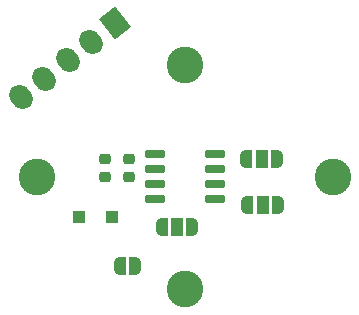
<source format=gts>
G04 #@! TF.GenerationSoftware,KiCad,Pcbnew,6.0.0-rc2*
G04 #@! TF.CreationDate,2022-07-08T10:42:52-07:00*
G04 #@! TF.ProjectId,rp2040_encoder,72703230-3430-45f6-956e-636f6465722e,rev?*
G04 #@! TF.SameCoordinates,Original*
G04 #@! TF.FileFunction,Soldermask,Top*
G04 #@! TF.FilePolarity,Negative*
%FSLAX46Y46*%
G04 Gerber Fmt 4.6, Leading zero omitted, Abs format (unit mm)*
G04 Created by KiCad (PCBNEW 6.0.0-rc2) date 2022-07-08 10:42:52*
%MOMM*%
%LPD*%
G01*
G04 APERTURE LIST*
G04 Aperture macros list*
%AMRoundRect*
0 Rectangle with rounded corners*
0 $1 Rounding radius*
0 $2 $3 $4 $5 $6 $7 $8 $9 X,Y pos of 4 corners*
0 Add a 4 corners polygon primitive as box body*
4,1,4,$2,$3,$4,$5,$6,$7,$8,$9,$2,$3,0*
0 Add four circle primitives for the rounded corners*
1,1,$1+$1,$2,$3*
1,1,$1+$1,$4,$5*
1,1,$1+$1,$6,$7*
1,1,$1+$1,$8,$9*
0 Add four rect primitives between the rounded corners*
20,1,$1+$1,$2,$3,$4,$5,0*
20,1,$1+$1,$4,$5,$6,$7,0*
20,1,$1+$1,$6,$7,$8,$9,0*
20,1,$1+$1,$8,$9,$2,$3,0*%
%AMHorizOval*
0 Thick line with rounded ends*
0 $1 width*
0 $2 $3 position (X,Y) of the first rounded end (center of the circle)*
0 $4 $5 position (X,Y) of the second rounded end (center of the circle)*
0 Add line between two ends*
20,1,$1,$2,$3,$4,$5,0*
0 Add two circle primitives to create the rounded ends*
1,1,$1,$2,$3*
1,1,$1,$4,$5*%
%AMRotRect*
0 Rectangle, with rotation*
0 The origin of the aperture is its center*
0 $1 length*
0 $2 width*
0 $3 Rotation angle, in degrees counterclockwise*
0 Add horizontal line*
21,1,$1,$2,0,0,$3*%
%AMFreePoly0*
4,1,22,0.550000,-0.750000,0.000000,-0.750000,0.000000,-0.745033,-0.079941,-0.743568,-0.215256,-0.701293,-0.333266,-0.622738,-0.424486,-0.514219,-0.481581,-0.384460,-0.499164,-0.250000,-0.500000,-0.250000,-0.500000,0.250000,-0.499164,0.250000,-0.499963,0.256109,-0.478152,0.396186,-0.417904,0.524511,-0.324060,0.630769,-0.204165,0.706417,-0.067858,0.745374,0.000000,0.744959,0.000000,0.750000,
0.550000,0.750000,0.550000,-0.750000,0.550000,-0.750000,$1*%
%AMFreePoly1*
4,1,20,0.000000,0.744959,0.073905,0.744508,0.209726,0.703889,0.328688,0.626782,0.421226,0.519385,0.479903,0.390333,0.500000,0.250000,0.500000,-0.250000,0.499851,-0.262216,0.476331,-0.402017,0.414519,-0.529596,0.319384,-0.634700,0.198574,-0.708877,0.061801,-0.746166,0.000000,-0.745033,0.000000,-0.750000,-0.550000,-0.750000,-0.550000,0.750000,0.000000,0.750000,0.000000,0.744959,
0.000000,0.744959,$1*%
%AMFreePoly2*
4,1,22,0.500000,-0.750000,0.000000,-0.750000,0.000000,-0.745033,-0.079941,-0.743568,-0.215256,-0.701293,-0.333266,-0.622738,-0.424486,-0.514219,-0.481581,-0.384460,-0.499164,-0.250000,-0.500000,-0.250000,-0.500000,0.250000,-0.499164,0.250000,-0.499963,0.256109,-0.478152,0.396186,-0.417904,0.524511,-0.324060,0.630769,-0.204165,0.706417,-0.067858,0.745374,0.000000,0.744959,0.000000,0.750000,
0.500000,0.750000,0.500000,-0.750000,0.500000,-0.750000,$1*%
%AMFreePoly3*
4,1,20,0.000000,0.744959,0.073905,0.744508,0.209726,0.703889,0.328688,0.626782,0.421226,0.519385,0.479903,0.390333,0.500000,0.250000,0.500000,-0.250000,0.499851,-0.262216,0.476331,-0.402017,0.414519,-0.529596,0.319384,-0.634700,0.198574,-0.708877,0.061801,-0.746166,0.000000,-0.745033,0.000000,-0.750000,-0.500000,-0.750000,-0.500000,0.750000,0.000000,0.750000,0.000000,0.744959,
0.000000,0.744959,$1*%
G04 Aperture macros list end*
%ADD10FreePoly0,0.000000*%
%ADD11R,1.000000X1.500000*%
%ADD12FreePoly1,0.000000*%
%ADD13HorizOval,1.740000X-0.141602X0.181242X0.141602X-0.181242X0*%
%ADD14RotRect,1.740000X2.200000X218.000000*%
%ADD15RoundRect,0.225000X0.250000X-0.225000X0.250000X0.225000X-0.250000X0.225000X-0.250000X-0.225000X0*%
%ADD16FreePoly2,0.000000*%
%ADD17FreePoly3,0.000000*%
%ADD18C,3.100000*%
%ADD19R,1.100000X1.100000*%
%ADD20RoundRect,0.225000X-0.250000X0.225000X-0.250000X-0.225000X0.250000X-0.225000X0.250000X0.225000X0*%
%ADD21RoundRect,0.150000X-0.725000X-0.150000X0.725000X-0.150000X0.725000X0.150000X-0.725000X0.150000X0*%
G04 APERTURE END LIST*
D10*
X155200000Y-98500000D03*
D11*
X156500000Y-98500000D03*
D12*
X157800000Y-98500000D03*
D13*
X136073811Y-93255121D03*
X138075358Y-91691340D03*
X140076905Y-90127560D03*
X142078453Y-88563780D03*
D14*
X144080000Y-87000000D03*
D15*
X143250000Y-100025000D03*
X143250000Y-98475000D03*
D10*
X155270000Y-102370000D03*
D11*
X156570000Y-102370000D03*
D12*
X157870000Y-102370000D03*
D16*
X144500000Y-107550000D03*
D17*
X145800000Y-107550000D03*
D10*
X148020000Y-104270000D03*
D11*
X149320000Y-104270000D03*
D12*
X150620000Y-104270000D03*
D18*
X162500000Y-100000000D03*
X137500000Y-100000000D03*
X150000000Y-109500000D03*
D19*
X141050000Y-103400000D03*
X143850000Y-103400000D03*
D20*
X145250000Y-98475000D03*
X145250000Y-100025000D03*
D21*
X147425000Y-98095000D03*
X147425000Y-99365000D03*
X147425000Y-100635000D03*
X147425000Y-101905000D03*
X152575000Y-101905000D03*
X152575000Y-100635000D03*
X152575000Y-99365000D03*
X152575000Y-98095000D03*
D18*
X150000000Y-90500000D03*
M02*

</source>
